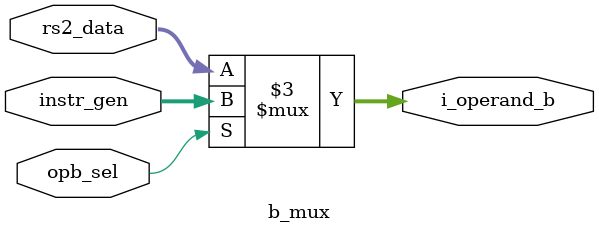
<source format=sv>
/* verilator lint_off WIDTHTRUNC */
/* verilator lint_off WIDTHEXPAND */
`timescale 1ns / 1ps

module b_mux(
	 input  logic opb_sel,
    input  logic [31:0] instr_gen,
	 input  logic [31:0] rs2_data,
    output logic [31:0] i_operand_b
);

    always @(*)
    begin
		if(opb_sel) begin
        // Nếu không reset, cập nhật pc_addr với giá trị nxt_pc
			i_operand_b <= instr_gen;
		end
		else begin
        // Nếu không reset, cập nhật pc_addr với giá trị nxt_pc
			i_operand_b <= rs2_data;
		end
    end
endmodule : b_mux




</source>
